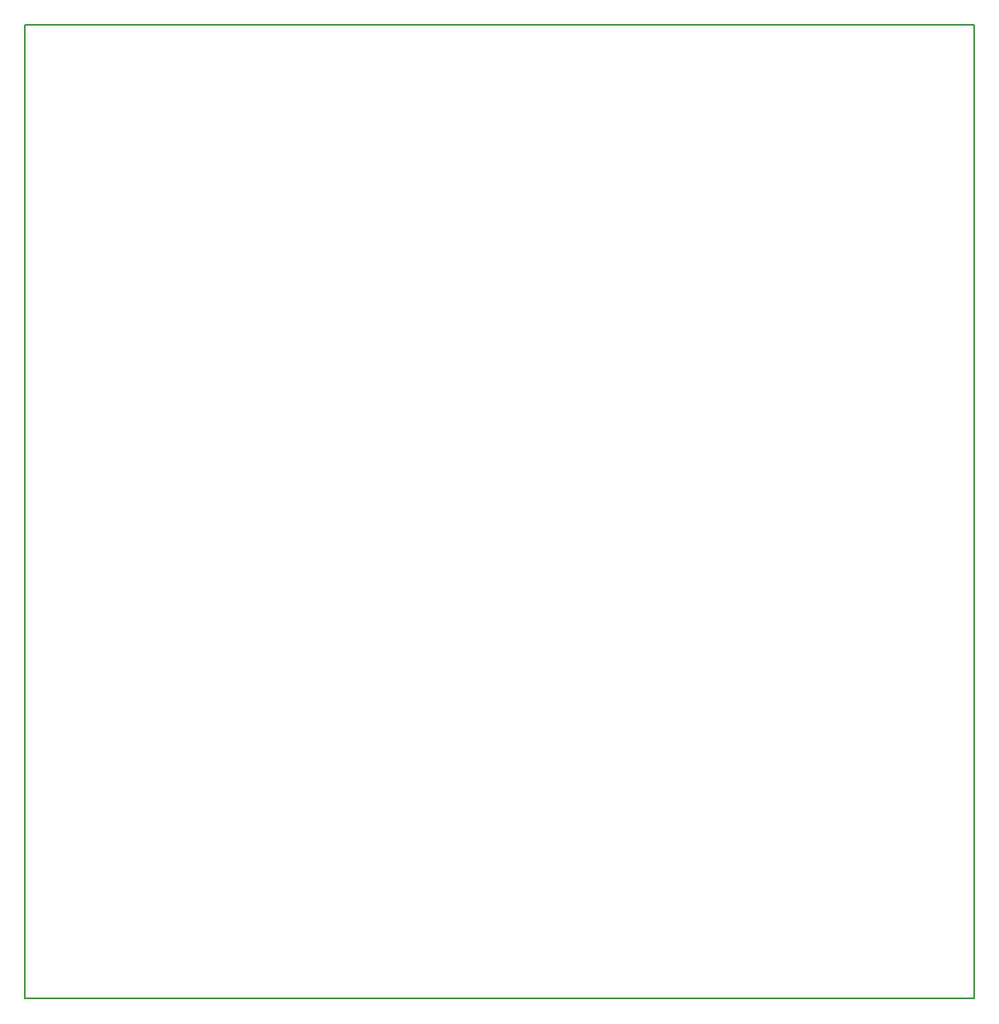
<source format=gm1>
G04 MADE WITH FRITZING*
G04 WWW.FRITZING.ORG*
G04 DOUBLE SIDED*
G04 HOLES PLATED*
G04 CONTOUR ON CENTER OF CONTOUR VECTOR*
%ASAXBY*%
%FSLAX23Y23*%
%MOIN*%
%OFA0B0*%
%SFA1.0B1.0*%
%ADD10R,3.709260X3.801190*%
%ADD11C,0.008000*%
%ADD10C,0.008*%
%LNCONTOUR*%
G90*
G70*
G54D10*
G54D11*
X4Y3797D02*
X3705Y3797D01*
X3705Y4D01*
X4Y4D01*
X4Y3797D01*
D02*
G04 End of contour*
M02*
</source>
